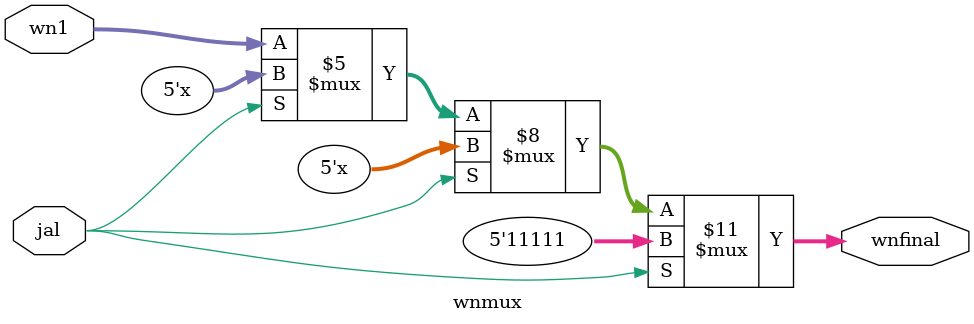
<source format=v>
`timescale 1ns / 1ps

module wnmux(
    input [4:0] wn1,
    input  jal,
    
    output reg[4:0] wnfinal
    );
    
    always @(*) begin
        if (jal == 1'b1) begin
            wnfinal = 5'd31;
            end
        else if (jal == 1'b0) begin
            wnfinal = wn1;
            end
            end
endmodule
</source>
